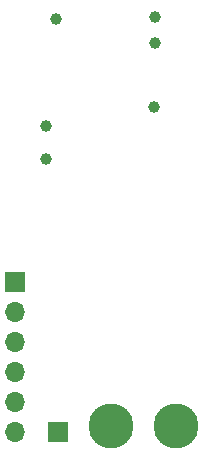
<source format=gbr>
%TF.GenerationSoftware,KiCad,Pcbnew,7.0.6*%
%TF.CreationDate,2024-04-30T22:58:06+02:00*%
%TF.ProjectId,nboard,6e626f61-7264-42e6-9b69-6361645f7063,rev?*%
%TF.SameCoordinates,Original*%
%TF.FileFunction,Soldermask,Bot*%
%TF.FilePolarity,Negative*%
%FSLAX46Y46*%
G04 Gerber Fmt 4.6, Leading zero omitted, Abs format (unit mm)*
G04 Created by KiCad (PCBNEW 7.0.6) date 2024-04-30 22:58:06*
%MOMM*%
%LPD*%
G01*
G04 APERTURE LIST*
%ADD10C,2.600000*%
%ADD11C,3.800000*%
%ADD12R,1.700000X1.700000*%
%ADD13O,1.700000X1.700000*%
%ADD14C,1.000000*%
G04 APERTURE END LIST*
D10*
%TO.C,H1*%
X163700000Y-105700000D03*
D11*
X163700000Y-105700000D03*
%TD*%
D12*
%TO.C,J4*%
X150100000Y-93520000D03*
D13*
X150100000Y-96060000D03*
X150100000Y-98600000D03*
X150100000Y-101140000D03*
X150100000Y-103680000D03*
X150100000Y-106220000D03*
%TD*%
D12*
%TO.C,J1*%
X153750000Y-106220000D03*
%TD*%
D10*
%TO.C,H2*%
X158200000Y-105700000D03*
D11*
X158200000Y-105700000D03*
%TD*%
D14*
%TO.C,TP3*%
X162000000Y-73300000D03*
%TD*%
%TO.C,TP1*%
X152700000Y-83100000D03*
%TD*%
%TO.C,TP2*%
X152700000Y-80330000D03*
%TD*%
%TO.C,TP6*%
X153600000Y-71300000D03*
%TD*%
%TO.C,TP5*%
X161900000Y-78700000D03*
%TD*%
%TO.C,TP4*%
X162000000Y-71100000D03*
%TD*%
M02*

</source>
